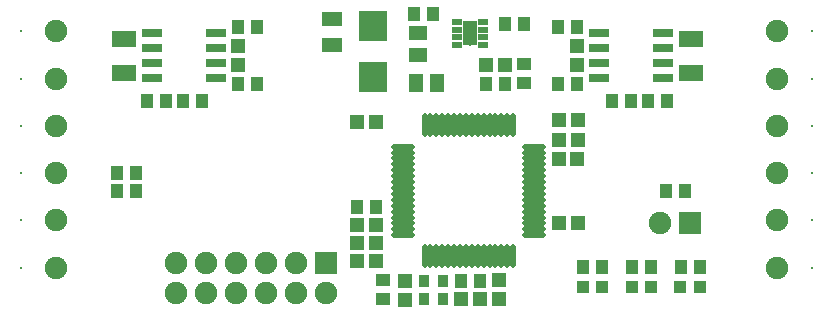
<source format=gts>
G04*
G04 #@! TF.GenerationSoftware,Altium Limited,Altium Designer,22.3.1 (43)*
G04*
G04 Layer_Color=8388736*
%FSLAX44Y44*%
%MOMM*%
G71*
G04*
G04 #@! TF.SameCoordinates,C52AF181-6C1B-4B2A-911A-4B769AFB4D18*
G04*
G04*
G04 #@! TF.FilePolarity,Negative*
G04*
G01*
G75*
%ADD33R,1.1532X1.2032*%
%ADD34R,1.0032X1.0032*%
%ADD35R,1.7032X1.2032*%
%ADD36O,2.0032X0.5032*%
%ADD37O,0.5032X2.0032*%
%ADD38R,1.3032X2.1032*%
%ADD39R,0.8282X0.6032*%
%ADD40R,1.7532X0.8032*%
%ADD41R,2.0032X1.3532*%
%ADD42R,1.1032X1.2032*%
%ADD43R,1.2032X1.1532*%
%ADD44R,1.2532X1.6032*%
%ADD45R,1.2032X1.1032*%
%ADD46R,1.6032X1.2532*%
%ADD47R,2.3532X2.5032*%
%ADD48R,1.1532X1.1532*%
%ADD49R,0.8532X1.0532*%
%ADD50C,1.9032*%
%ADD51R,1.9032X1.9032*%
%ADD52R,1.9032X1.9032*%
%ADD53C,0.2032*%
%ADD54C,0.8032*%
D33*
X732790Y693040D02*
D03*
X748790D02*
D03*
X770000Y891540D02*
D03*
X754000D02*
D03*
X644780Y843280D02*
D03*
X660780D02*
D03*
X831340Y828040D02*
D03*
X815340D02*
D03*
X831340Y757360D02*
D03*
X815340D02*
D03*
X644609Y755612D02*
D03*
X660609D02*
D03*
X644609Y725132D02*
D03*
X660609D02*
D03*
X644609Y740372D02*
D03*
X660609D02*
D03*
X831340Y844550D02*
D03*
X815340D02*
D03*
D34*
X852170Y703580D02*
D03*
X835670D02*
D03*
X893440D02*
D03*
X876940D02*
D03*
X934710D02*
D03*
X918210D02*
D03*
D35*
X623570Y908480D02*
D03*
Y930480D02*
D03*
D36*
X683640Y747360D02*
D03*
Y752360D02*
D03*
Y757360D02*
D03*
Y762360D02*
D03*
Y767360D02*
D03*
Y772360D02*
D03*
Y777360D02*
D03*
Y782360D02*
D03*
Y787360D02*
D03*
Y792360D02*
D03*
Y797360D02*
D03*
Y802360D02*
D03*
Y807360D02*
D03*
Y812360D02*
D03*
Y817360D02*
D03*
Y822360D02*
D03*
X794640D02*
D03*
Y817360D02*
D03*
Y812360D02*
D03*
Y807360D02*
D03*
Y802360D02*
D03*
Y797360D02*
D03*
Y792360D02*
D03*
Y787360D02*
D03*
Y782360D02*
D03*
Y777360D02*
D03*
Y772360D02*
D03*
Y767360D02*
D03*
Y762360D02*
D03*
Y757360D02*
D03*
Y752360D02*
D03*
Y747360D02*
D03*
D37*
X701640Y840360D02*
D03*
X706640D02*
D03*
X711640D02*
D03*
X716640D02*
D03*
X721640D02*
D03*
X726640D02*
D03*
X731640D02*
D03*
X736640D02*
D03*
X741640D02*
D03*
X746640D02*
D03*
X751640D02*
D03*
X756640D02*
D03*
X761640D02*
D03*
X766640D02*
D03*
X771640D02*
D03*
X776640D02*
D03*
Y729360D02*
D03*
X771640D02*
D03*
X766640D02*
D03*
X761640D02*
D03*
X756640D02*
D03*
X751640D02*
D03*
X746640D02*
D03*
X741640D02*
D03*
X736640D02*
D03*
X731640D02*
D03*
X726640D02*
D03*
X721640D02*
D03*
X716640D02*
D03*
X711640D02*
D03*
X706640D02*
D03*
X701640D02*
D03*
D38*
X740410Y918210D02*
D03*
D39*
X729285Y927960D02*
D03*
Y921460D02*
D03*
Y914960D02*
D03*
Y908460D02*
D03*
X751535Y927960D02*
D03*
Y921460D02*
D03*
Y914960D02*
D03*
Y908460D02*
D03*
D40*
X903300Y880110D02*
D03*
Y892810D02*
D03*
Y905510D02*
D03*
Y918210D02*
D03*
X849300Y880110D02*
D03*
Y892810D02*
D03*
Y905510D02*
D03*
Y918210D02*
D03*
X470840D02*
D03*
Y905510D02*
D03*
Y892810D02*
D03*
Y880110D02*
D03*
X524840Y918210D02*
D03*
Y905510D02*
D03*
Y892810D02*
D03*
Y880110D02*
D03*
D41*
X927100Y913660D02*
D03*
Y884660D02*
D03*
X447040D02*
D03*
Y913660D02*
D03*
D42*
X860680Y861060D02*
D03*
X876680D02*
D03*
X513460D02*
D03*
X497460D02*
D03*
X457580Y800100D02*
D03*
X441580D02*
D03*
X891160Y861060D02*
D03*
X907160D02*
D03*
X482980D02*
D03*
X466980D02*
D03*
X441580Y784860D02*
D03*
X457580D02*
D03*
X748790Y708660D02*
D03*
X732790D02*
D03*
X644780Y770890D02*
D03*
X660780D02*
D03*
X693040Y934720D02*
D03*
X709040D02*
D03*
X754000Y875030D02*
D03*
X770000D02*
D03*
X769620Y925830D02*
D03*
X785620D02*
D03*
X559560Y923290D02*
D03*
X543560D02*
D03*
X559560Y875030D02*
D03*
X543560D02*
D03*
X814580D02*
D03*
X830580D02*
D03*
X814580Y923290D02*
D03*
X830580D02*
D03*
X906400Y784860D02*
D03*
X922400D02*
D03*
X836170Y720090D02*
D03*
X852170D02*
D03*
X877440D02*
D03*
X893440D02*
D03*
X918710D02*
D03*
X934710D02*
D03*
D43*
X830580Y907160D02*
D03*
Y891160D02*
D03*
X543560D02*
D03*
Y907160D02*
D03*
X685170Y692910D02*
D03*
Y708910D02*
D03*
X764540Y693040D02*
D03*
Y709040D02*
D03*
D44*
X712580Y876300D02*
D03*
X694580D02*
D03*
D45*
X786130Y891920D02*
D03*
Y875920D02*
D03*
X666750Y709040D02*
D03*
Y693040D02*
D03*
D46*
X695960Y918320D02*
D03*
Y900320D02*
D03*
D47*
X657860Y924470D02*
D03*
Y881470D02*
D03*
D48*
X815840Y812166D02*
D03*
X830840D02*
D03*
D49*
X701050Y708660D02*
D03*
X717550D02*
D03*
Y693160D02*
D03*
X701050D02*
D03*
D50*
X491490Y698500D02*
D03*
X516890D02*
D03*
X542290D02*
D03*
X567690D02*
D03*
X593090D02*
D03*
X491490Y723900D02*
D03*
X516890D02*
D03*
X542290D02*
D03*
X567690D02*
D03*
X593090D02*
D03*
X618490Y698500D02*
D03*
X901310Y758051D02*
D03*
X390000Y720000D02*
D03*
Y800000D02*
D03*
Y920000D02*
D03*
Y760000D02*
D03*
Y880000D02*
D03*
Y840000D02*
D03*
X1000000Y720000D02*
D03*
Y760000D02*
D03*
Y800000D02*
D03*
Y840000D02*
D03*
Y880000D02*
D03*
Y920000D02*
D03*
D51*
X618490Y723900D02*
D03*
D52*
X926710Y758051D02*
D03*
D53*
X1030000Y920000D02*
D03*
Y880000D02*
D03*
Y840000D02*
D03*
Y800000D02*
D03*
Y760000D02*
D03*
Y720000D02*
D03*
X360000D02*
D03*
Y760000D02*
D03*
Y800000D02*
D03*
Y840000D02*
D03*
Y880000D02*
D03*
Y920000D02*
D03*
D54*
X740410Y911860D02*
D03*
Y924560D02*
D03*
M02*

</source>
